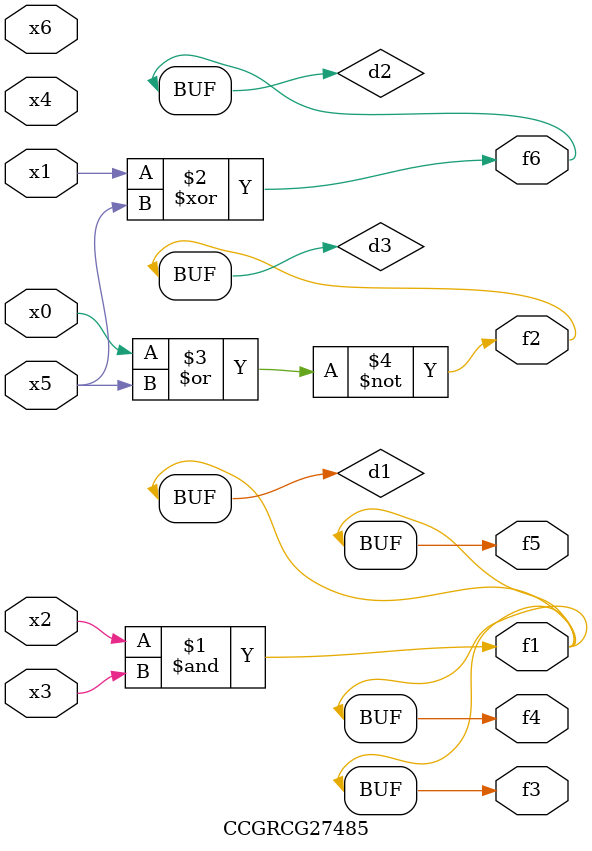
<source format=v>
module CCGRCG27485(
	input x0, x1, x2, x3, x4, x5, x6,
	output f1, f2, f3, f4, f5, f6
);

	wire d1, d2, d3;

	and (d1, x2, x3);
	xor (d2, x1, x5);
	nor (d3, x0, x5);
	assign f1 = d1;
	assign f2 = d3;
	assign f3 = d1;
	assign f4 = d1;
	assign f5 = d1;
	assign f6 = d2;
endmodule

</source>
